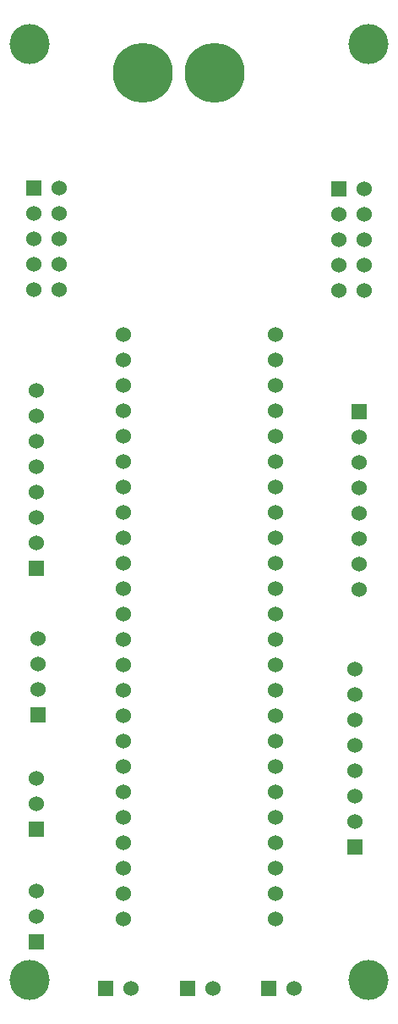
<source format=gbr>
%TF.GenerationSoftware,Altium Limited,Altium Designer,19.1.8 (144)*%
G04 Layer_Color=255*
%FSLAX26Y26*%
%MOIN*%
%TF.FileFunction,Pads,Bot*%
%TF.Part,Single*%
G01*
G75*
%TA.AperFunction,ComponentPad*%
%ADD18R,0.060000X0.060000*%
%ADD19C,0.060000*%
%ADD20R,0.060000X0.060000*%
%ADD21C,0.236220*%
%TA.AperFunction,ViaPad*%
%ADD22C,0.157480*%
D18*
X1439961Y680118D02*
D03*
X185039Y306890D02*
D03*
Y749803D02*
D03*
X189961Y1200197D02*
D03*
X1458661Y2394095D02*
D03*
X1376378Y3270866D02*
D03*
X185039Y1774803D02*
D03*
X175591Y3272441D02*
D03*
D19*
X1439961Y780118D02*
D03*
Y880118D02*
D03*
Y980118D02*
D03*
Y1080118D02*
D03*
Y1180118D02*
D03*
Y1280118D02*
D03*
Y1380118D02*
D03*
X1202756Y124016D02*
D03*
X881496Y122047D02*
D03*
X559646Y124016D02*
D03*
X185039Y406890D02*
D03*
Y506890D02*
D03*
Y849803D02*
D03*
Y949803D02*
D03*
X189961Y1500197D02*
D03*
Y1400197D02*
D03*
Y1300197D02*
D03*
X1128937Y1097441D02*
D03*
Y1197441D02*
D03*
Y1297441D02*
D03*
Y2697441D02*
D03*
Y2597441D02*
D03*
Y2497441D02*
D03*
X528937Y1297441D02*
D03*
X1128937Y997441D02*
D03*
Y897441D02*
D03*
Y797441D02*
D03*
Y697441D02*
D03*
Y597441D02*
D03*
Y497441D02*
D03*
Y397441D02*
D03*
X528937D02*
D03*
Y497441D02*
D03*
Y597441D02*
D03*
Y697441D02*
D03*
Y797441D02*
D03*
Y897441D02*
D03*
Y997441D02*
D03*
Y1097441D02*
D03*
Y1197441D02*
D03*
X1128937Y2397441D02*
D03*
Y2297441D02*
D03*
Y2197441D02*
D03*
Y2097441D02*
D03*
Y1997441D02*
D03*
Y1897441D02*
D03*
Y1797441D02*
D03*
Y1697441D02*
D03*
Y1597441D02*
D03*
Y1497441D02*
D03*
Y1397441D02*
D03*
X528937D02*
D03*
Y1497441D02*
D03*
Y1597441D02*
D03*
Y1697441D02*
D03*
Y1797441D02*
D03*
Y1897441D02*
D03*
Y1997441D02*
D03*
Y2097441D02*
D03*
Y2197441D02*
D03*
Y2297441D02*
D03*
Y2397441D02*
D03*
Y2497441D02*
D03*
Y2597441D02*
D03*
Y2697441D02*
D03*
X1458661Y1694094D02*
D03*
Y1794094D02*
D03*
Y1894094D02*
D03*
Y1994094D02*
D03*
Y2094095D02*
D03*
Y2194095D02*
D03*
Y2294095D02*
D03*
X1476378Y3270866D02*
D03*
Y3170866D02*
D03*
X1376378D02*
D03*
Y3070866D02*
D03*
Y2970866D02*
D03*
Y2870866D02*
D03*
X1476378Y3070866D02*
D03*
Y2970866D02*
D03*
Y2870866D02*
D03*
X185039Y2474803D02*
D03*
Y2374803D02*
D03*
Y2274803D02*
D03*
Y2174803D02*
D03*
Y2074803D02*
D03*
Y1974803D02*
D03*
Y1874803D02*
D03*
X275591Y3272441D02*
D03*
Y3172441D02*
D03*
X175591D02*
D03*
Y3072441D02*
D03*
Y2972441D02*
D03*
Y2872441D02*
D03*
X275591Y3072441D02*
D03*
Y2972441D02*
D03*
Y2872441D02*
D03*
D20*
X1102756Y124016D02*
D03*
X781496Y122047D02*
D03*
X459646Y124016D02*
D03*
D21*
X603465Y3725000D02*
D03*
X886929D02*
D03*
D22*
X1496063Y3838583D02*
D03*
X157480D02*
D03*
Y157480D02*
D03*
X1496063D02*
D03*
%TF.MD5,b0d0fa026f4a116f616767cab1778318*%
M02*

</source>
